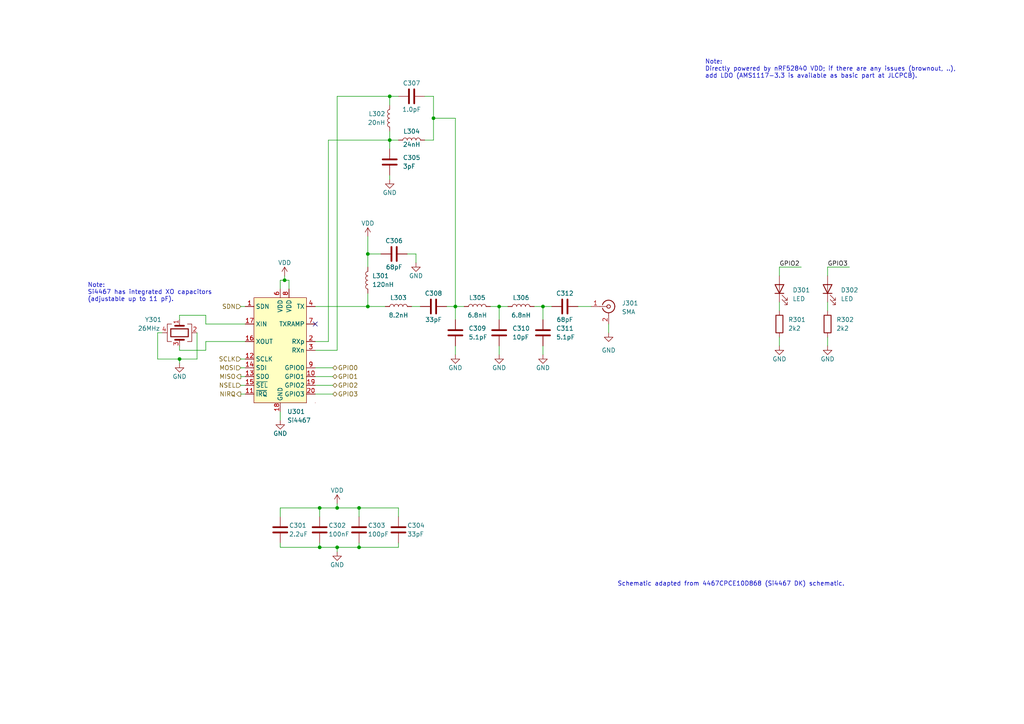
<source format=kicad_sch>
(kicad_sch (version 20231120) (generator "eeschema") (generator_version "8.0")
  (paper "A4")
  (title_block (title "Sub-GHz Transceiver"))
  (lib_symbols
    (symbol "Connector:Conn_Coaxial" (pin_names (offset 1.016) hide)
      (property "Reference" "J" (at 0.254 3.048 0))
      (property "Value" "Conn_Coaxial" (at 2.921 0 90))
      (symbol "Conn_Coaxial_0_1"
        (arc (start -1.778 -0.508) (mid 0.2311 -1.8066) (end 1.778 0) (stroke (width 0.254)))
        (polyline (pts (xy -2.54 0) (xy -0.508 0)))
        (polyline (pts (xy 0 -2.54) (xy 0 -1.778)))
        (circle (center 0 0) (radius 0.508) (stroke (width 0.2032)))
        (arc (start 1.778 0) (mid 0.2099 1.8101) (end -1.778 0.508) (stroke (width 0.254)))
      )
      (symbol "Conn_Coaxial_1_1"
        (pin passive line (at -5.08 0 0) (length 2.54) (name "In") (number "1"))
        (pin passive line (at 0 -5.08 90) (length 2.54) (name "Ext") (number "2"))
      )
    )
    (symbol "Device:C" (pin_numbers hide) (pin_names (offset 0.254))
      (property "Reference" "C" (at 0.635 2.54 0))
      (property "Value" "C" (at 0.635 -2.54 0))
      (symbol "C_0_1"
        (polyline (pts (xy -2.032 -0.762) (xy 2.032 -0.762)) (stroke (width 0.508)))
        (polyline (pts (xy -2.032 0.762) (xy 2.032 0.762)) (stroke (width 0.508)))
      )
      (symbol "C_1_1"
        (pin passive line (at 0 3.81 270) (length 2.794) (name "~") (number "1"))
        (pin passive line (at 0 -3.81 90) (length 2.794) (name "~") (number "2"))
      )
    )
    (symbol "Device:Crystal_GND24" (pin_names (offset 1.016) hide)
      (property "Reference" "Y" (at 3.175 5.08 0))
      (property "Value" "Crystal_GND24" (at 3.175 3.175 0))
      (symbol "Crystal_GND24_0_1"
        (rectangle (start -1.143 2.54) (end 1.143 -2.54) (stroke (width 0.3048)))
        (polyline (pts (xy -2.54 0) (xy -2.032 0)))
        (polyline (pts (xy -2.032 -1.27) (xy -2.032 1.27)) (stroke (width 0.508)))
        (polyline (pts (xy 0 -3.81) (xy 0 -3.556)))
        (polyline (pts (xy 0 3.556) (xy 0 3.81)))
        (polyline (pts (xy 2.032 -1.27) (xy 2.032 1.27)) (stroke (width 0.508)))
        (polyline (pts (xy 2.032 0) (xy 2.54 0)))
        (polyline (pts (xy -2.54 -2.286) (xy -2.54 -3.556) (xy 2.54 -3.556) (xy 2.54 -2.286)))
        (polyline (pts (xy -2.54 2.286) (xy -2.54 3.556) (xy 2.54 3.556) (xy 2.54 2.286)))
      )
      (symbol "Crystal_GND24_1_1"
        (pin passive line (at -3.81 0 0) (length 1.27) (name "1") (number "1"))
        (pin passive line (at 0 5.08 270) (length 1.27) (name "2") (number "2"))
        (pin passive line (at 3.81 0 180) (length 1.27) (name "3") (number "3"))
        (pin passive line (at 0 -5.08 90) (length 1.27) (name "4") (number "4"))
      )
    )
    (symbol "Device:L" (pin_numbers hide) (pin_names (offset 1.016) hide)
      (property "Reference" "L" (at -1.27 0 90))
      (property "Value" "L" (at 1.905 0 90))
      (symbol "L_0_1"
        (arc (start 0 -2.54) (mid 0.6323 -1.905) (end 0 -1.27))
        (arc (start 0 -1.27) (mid 0.6323 -0.635) (end 0 0))
        (arc (start 0 0) (mid 0.6323 0.635) (end 0 1.27))
        (arc (start 0 1.27) (mid 0.6323 1.905) (end 0 2.54))
      )
      (symbol "L_1_1"
        (pin passive line (at 0 3.81 270) (length 1.27) (name "1") (number "1"))
        (pin passive line (at 0 -3.81 90) (length 1.27) (name "2") (number "2"))
      )
    )
    (symbol "Device:LED" (pin_numbers hide) (pin_names (offset 1.016) hide)
      (property "Reference" "D" (at 0 2.54 0))
      (property "Value" "LED" (at 0 -2.54 0))
      (symbol "LED_0_1"
        (polyline (pts (xy -1.27 -1.27) (xy -1.27 1.27)) (stroke (width 0.254)))
        (polyline (pts (xy -1.27 0) (xy 1.27 0)))
        (polyline (pts (xy 1.27 -1.27) (xy 1.27 1.27) (xy -1.27 0) (xy 1.27 -1.27)) (stroke (width 0.254)))
        (polyline (pts (xy -3.048 -0.762) (xy -4.572 -2.286) (xy -3.81 -2.286) (xy -4.572 -2.286) (xy -4.572 -1.524)))
        (polyline (pts (xy -1.778 -0.762) (xy -3.302 -2.286) (xy -2.54 -2.286) (xy -3.302 -2.286) (xy -3.302 -1.524)))
      )
      (symbol "LED_1_1"
        (pin passive line (at -3.81 0 0) (length 2.54) (name "K") (number "1"))
        (pin passive line (at 3.81 0 180) (length 2.54) (name "A") (number "2"))
      )
    )
    (symbol "Device:R" (pin_numbers hide) (pin_names (offset 0))
      (property "Reference" "R" (at 2.032 0 90))
      (property "Value" "R" (at 0 0 90))
      (symbol "R_0_1"
        (rectangle (start -1.016 -2.54) (end 1.016 2.54) (stroke (width 0.254)))
      )
      (symbol "R_1_1"
        (pin passive line (at 0 3.81 270) (length 1.27) (name "~") (number "1"))
        (pin passive line (at 0 -3.81 90) (length 1.27) (name "~") (number "2"))
      )
    )
    (symbol "RF:Si4460"
      (property "Reference" "U" (at -6.35 16.51 0))
      (property "Value" "Si4460" (at 6.35 16.51 0))
      (symbol "Si4460_0_1"
        (rectangle (start -7.62 15.24) (end 7.62 -15.24) (fill (type background)))
        (rectangle (start 10.16 -15.24) (end 10.16 -15.24))
      )
      (symbol "Si4460_1_1"
        (pin input line (at -10.16 12.7 0) (length 2.54) (name "SDN") (number "1"))
        (pin bidirectional line (at 10.16 -7.62 180) (length 2.54) (name "GPIO1") (number "10"))
        (pin open_collector line (at -10.16 -12.7 0) (length 2.54) (name "~{IRQ}") (number "11"))
        (pin input line (at -10.16 -2.54 0) (length 2.54) (name "SCLK") (number "12"))
        (pin output line (at -10.16 -7.62 0) (length 2.54) (name "SDO") (number "13"))
        (pin input line (at -10.16 -5.08 0) (length 2.54) (name "SDI") (number "14"))
        (pin input line (at -10.16 -10.16 0) (length 2.54) (name "~{SEL}") (number "15"))
        (pin passive line (at -10.16 2.54 0) (length 2.54) (name "XOUT") (number "16"))
        (pin input line (at -10.16 7.62 0) (length 2.54) (name "XIN") (number "17"))
        (pin power_in line (at 0 -17.78 90) (length 2.54) (name "GND") (number "18"))
        (pin bidirectional line (at 10.16 -10.16 180) (length 2.54) (name "GPIO2") (number "19"))
        (pin input line (at 10.16 2.54 180) (length 2.54) (name "RXp") (number "2"))
        (pin bidirectional line (at 10.16 -12.7 180) (length 2.54) (name "GPIO3") (number "20"))
        (pin passive line (at 0 -17.78 90) (length 2.54) hide (name "GND") (number "21"))
        (pin input line (at 10.16 0 180) (length 2.54) (name "RXn") (number "3"))
        (pin output line (at 10.16 12.7 180) (length 2.54) (name "TX") (number "4"))
        (pin no_connect line (at 7.62 -15.24 180) (length 2.54) hide (name "NC") (number "5"))
        (pin power_in line (at 0 17.78 270) (length 2.54) (name "VDD") (number "6"))
        (pin output line (at 10.16 7.62 180) (length 2.54) (name "TXRAMP") (number "7"))
        (pin power_in line (at 2.54 17.78 270) (length 2.54) (name "VDD") (number "8"))
        (pin bidirectional line (at 10.16 -5.08 180) (length 2.54) (name "GPIO0") (number "9"))
      )
    )
    (symbol "power:GND" (power) (pin_names (offset 0))
      (property "Value" "GND" (at 0 -3.81 0))
      (symbol "GND_0_1"
        (polyline (pts (xy 0 0) (xy 0 -1.27) (xy 1.27 -1.27) (xy 0 -2.54) (xy -1.27 -1.27) (xy 0 -1.27)))
      )
      (symbol "GND_1_1"
        (pin power_in line (at 0 0 270) (length 0) hide (name "GND") (number "1"))
      )
    )
    (symbol "power:VDD" (power) (pin_names (offset 0))
      (property "Value" "VDD" (at 0 3.81 0))
      (symbol "VDD_0_1"
        (polyline (pts (xy -0.762 1.27) (xy 0 2.54)))
        (polyline (pts (xy 0 0) (xy 0 2.54)))
        (polyline (pts (xy 0 2.54) (xy 0.762 1.27)))
      )
      (symbol "VDD_1_1"
        (pin power_in line (at 0 0 90) (length 0) hide (name "VDD") (number "1"))
      )
    )
  )
  (junction (at 113.03 27.94))
  (junction (at 104.14 147.32))
  (junction (at 106.68 73.66))
  (junction (at 82.55 81.28))
  (junction (at 92.71 158.75))
  (junction (at 113.03 40.64))
  (junction (at 132.08 88.9))
  (junction (at 104.14 158.75))
  (junction (at 97.79 147.32))
  (junction (at 52.07 104.14))
  (junction (at 157.48 88.9))
  (junction (at 144.78 88.9))
  (junction (at 92.71 147.32))
  (junction (at 97.79 158.75))
  (junction (at 106.68 88.9))
  (junction (at 125.73 34.29))
  (no_connect (at 91.44 93.98))
  (wire (pts (xy 91.44 114.3) (xy 96.52 114.3)))
  (wire (pts (xy 52.07 104.14) (xy 52.07 105.41)))
  (wire (pts (xy 59.69 93.98) (xy 71.12 93.98)))
  (wire (pts (xy 157.48 88.9) (xy 157.48 92.71)))
  (wire (pts (xy 59.69 91.44) (xy 59.69 93.98)))
  (wire (pts (xy 142.24 88.9) (xy 144.78 88.9)))
  (wire (pts (xy 97.79 158.75) (xy 97.79 160.02)))
  (wire (pts (xy 92.71 147.32) (xy 81.28 147.32)))
  (wire (pts (xy 129.54 88.9) (xy 132.08 88.9)))
  (wire (pts (xy 154.94 88.9) (xy 157.48 88.9)))
  (wire (pts (xy 132.08 92.71) (xy 132.08 88.9)))
  (wire (pts (xy 97.79 147.32) (xy 92.71 147.32)))
  (wire (pts (xy 106.68 77.47) (xy 106.68 73.66)))
  (wire (pts (xy 81.28 83.82) (xy 81.28 81.28)))
  (wire (pts (xy 92.71 158.75) (xy 97.79 158.75)))
  (wire (pts (xy 69.85 114.3) (xy 71.12 114.3)))
  (wire (pts (xy 125.73 34.29) (xy 125.73 40.64)))
  (wire (pts (xy 81.28 158.75) (xy 92.71 158.75)))
  (wire (pts (xy 240.03 97.79) (xy 240.03 100.33)))
  (wire (pts (xy 59.69 99.06) (xy 59.69 101.6)))
  (wire (pts (xy 57.15 96.52) (xy 57.15 104.14)))
  (wire (pts (xy 144.78 88.9) (xy 147.32 88.9)))
  (wire (pts (xy 226.06 80.01) (xy 226.06 77.47)))
  (wire (pts (xy 82.55 81.28) (xy 83.82 81.28)))
  (wire (pts (xy 69.85 88.9) (xy 71.12 88.9)))
  (wire (pts (xy 113.03 40.64) (xy 113.03 43.18)))
  (wire (pts (xy 81.28 119.38) (xy 81.28 121.92)))
  (wire (pts (xy 91.44 88.9) (xy 106.68 88.9)))
  (wire (pts (xy 132.08 88.9) (xy 132.08 34.29)))
  (wire (pts (xy 91.44 101.6) (xy 97.79 101.6)))
  (wire (pts (xy 91.44 109.22) (xy 96.52 109.22)))
  (wire (pts (xy 45.72 104.14) (xy 52.07 104.14)))
  (wire (pts (xy 97.79 158.75) (xy 104.14 158.75)))
  (wire (pts (xy 91.44 99.06) (xy 95.25 99.06)))
  (wire (pts (xy 97.79 101.6) (xy 97.79 27.94)))
  (wire (pts (xy 115.57 147.32) (xy 104.14 147.32)))
  (wire (pts (xy 226.06 77.47) (xy 232.41 77.47)))
  (wire (pts (xy 240.03 80.01) (xy 240.03 77.47)))
  (wire (pts (xy 226.06 97.79) (xy 226.06 100.33)))
  (wire (pts (xy 91.44 111.76) (xy 96.52 111.76)))
  (wire (pts (xy 240.03 77.47) (xy 246.38 77.47)))
  (wire (pts (xy 132.08 100.33) (xy 132.08 102.87)))
  (wire (pts (xy 104.14 157.48) (xy 104.14 158.75)))
  (wire (pts (xy 157.48 88.9) (xy 160.02 88.9)))
  (wire (pts (xy 115.57 158.75) (xy 115.57 157.48)))
  (wire (pts (xy 46.99 96.52) (xy 45.72 96.52)))
  (wire (pts (xy 83.82 81.28) (xy 83.82 83.82)))
  (wire (pts (xy 81.28 157.48) (xy 81.28 158.75)))
  (wire (pts (xy 52.07 101.6) (xy 52.07 100.33)))
  (wire (pts (xy 81.28 81.28) (xy 82.55 81.28)))
  (wire (pts (xy 106.68 85.09) (xy 106.68 88.9)))
  (wire (pts (xy 115.57 149.86) (xy 115.57 147.32)))
  (wire (pts (xy 95.25 40.64) (xy 113.03 40.64)))
  (wire (pts (xy 157.48 100.33) (xy 157.48 102.87)))
  (wire (pts (xy 59.69 101.6) (xy 52.07 101.6)))
  (wire (pts (xy 95.25 99.06) (xy 95.25 40.64)))
  (wire (pts (xy 92.71 157.48) (xy 92.71 158.75)))
  (wire (pts (xy 91.44 106.68) (xy 96.52 106.68)))
  (wire (pts (xy 113.03 40.64) (xy 115.57 40.64)))
  (wire (pts (xy 52.07 92.71) (xy 52.07 91.44)))
  (wire (pts (xy 97.79 27.94) (xy 113.03 27.94)))
  (wire (pts (xy 92.71 149.86) (xy 92.71 147.32)))
  (wire (pts (xy 226.06 87.63) (xy 226.06 90.17)))
  (wire (pts (xy 69.85 109.22) (xy 71.12 109.22)))
  (wire (pts (xy 45.72 96.52) (xy 45.72 104.14)))
  (wire (pts (xy 57.15 104.14) (xy 52.07 104.14)))
  (wire (pts (xy 113.03 27.94) (xy 115.57 27.94)))
  (wire (pts (xy 144.78 88.9) (xy 144.78 92.71)))
  (wire (pts (xy 106.68 68.58) (xy 106.68 73.66)))
  (wire (pts (xy 81.28 149.86) (xy 81.28 147.32)))
  (wire (pts (xy 97.79 146.05) (xy 97.79 147.32)))
  (wire (pts (xy 119.38 88.9) (xy 121.92 88.9)))
  (wire (pts (xy 82.55 80.01) (xy 82.55 81.28)))
  (wire (pts (xy 123.19 27.94) (xy 125.73 27.94)))
  (wire (pts (xy 176.53 93.98) (xy 176.53 96.52)))
  (wire (pts (xy 106.68 73.66) (xy 110.49 73.66)))
  (wire (pts (xy 69.85 104.14) (xy 71.12 104.14)))
  (wire (pts (xy 113.03 50.8) (xy 113.03 52.07)))
  (wire (pts (xy 125.73 40.64) (xy 123.19 40.64)))
  (wire (pts (xy 144.78 100.33) (xy 144.78 102.87)))
  (wire (pts (xy 69.85 111.76) (xy 71.12 111.76)))
  (wire (pts (xy 240.03 87.63) (xy 240.03 90.17)))
  (wire (pts (xy 69.85 106.68) (xy 71.12 106.68)))
  (wire (pts (xy 120.65 76.2) (xy 120.65 73.66)))
  (wire (pts (xy 59.69 99.06) (xy 71.12 99.06)))
  (wire (pts (xy 132.08 88.9) (xy 134.62 88.9)))
  (wire (pts (xy 113.03 30.48) (xy 113.03 27.94)))
  (wire (pts (xy 52.07 91.44) (xy 59.69 91.44)))
  (wire (pts (xy 125.73 27.94) (xy 125.73 34.29)))
  (wire (pts (xy 104.14 158.75) (xy 115.57 158.75)))
  (wire (pts (xy 120.65 73.66) (xy 118.11 73.66)))
  (wire (pts (xy 104.14 147.32) (xy 97.79 147.32)))
  (wire (pts (xy 104.14 149.86) (xy 104.14 147.32)))
  (wire (pts (xy 106.68 88.9) (xy 111.76 88.9)))
  (wire (pts (xy 167.64 88.9) (xy 171.45 88.9)))
  (wire (pts (xy 132.08 34.29) (xy 125.73 34.29)))
  (wire (pts (xy 113.03 38.1) (xy 113.03 40.64)))
  (text "Schematic adapted from 4467CPCE10D868 (Si4467 DK) schematic." (at 179.07 170.18 0) (effects (font (size 1.27 1.27)) (justify left bottom)))
  (text "Note:\nDirectly powered by nRF52840 VDD; if there are any issues (brownout, ..),\nadd LDO (AMS1117-3.3 is available as basic part at JLCPCB)." (at 204.47 22.86 0) (effects (font (size 1.27 1.27)) (justify left bottom)))
  (text "Note:\nSi4467 has integrated XO capacitors\n(adjustable up to 11 pF)." (at 25.4 87.63 0) (effects (font (size 1.27 1.27)) (justify left bottom)))
  (label "GPIO2" (at 226.06 77.47 0))
  (label "GPIO3" (at 240.03 77.47 0))
  (hierarchical_label "MISO" (shape output) (at 69.85 109.22 180))
  (hierarchical_label "GPIO2" (shape bidirectional) (at 96.52 111.76 0))
  (hierarchical_label "MOSI" (shape input) (at 69.85 106.68 180))
  (hierarchical_label "NIRQ" (shape output) (at 69.85 114.3 180))
  (hierarchical_label "GPIO0" (shape bidirectional) (at 96.52 106.68 0))
  (hierarchical_label "GPIO3" (shape bidirectional) (at 96.52 114.3 0))
  (hierarchical_label "SCLK" (shape input) (at 69.85 104.14 180))
  (hierarchical_label "SDN" (shape input) (at 69.85 88.9 180))
  (hierarchical_label "NSEL" (shape input) (at 69.85 111.76 180))
  (hierarchical_label "GPIO1" (shape bidirectional) (at 96.52 109.22 0))
  (symbol (lib_id "power:GND") (at 157.48 102.87 0) (unit 1)
    (property "Reference" "#PWR0103" (effects (hide yes)))
    (property "Value" "GND" (at 157.48 106.68 0))
  )
  (symbol (lib_id "Device:Crystal_GND24") (at 52.07 96.52 270) (unit 1)
    (property "Reference" "Y301" (at 44.45 92.71 90))
    (property "Value" "26MHz" (at 43.18 95.25 90))
    (property "Footprint" "Crystal:Crystal_SMD_2016-4Pin_2.0x1.6mm" (effects (hide yes)))
    (property "Datasheet" "https://www.ndk.com/images/products/catalog/c_NX2016SA_e.pdf" (effects (hide yes)))
    (property "Comment" "4467CPCE10D868 uses NX2016SA-26MHZ-EXS00A-CS07337" (effects (hide yes)))
    (property "Part Number" "NX2016SA-26MHZ-EXS00A-CS08835" (effects (hide yes)))
    (property "LCSC" "C2762193" (effects (hide yes)))
    (property "Manufacturer" "NDK" (effects (hide yes)))
  )
  (symbol (lib_id "power:GND") (at 81.28 121.92 0) (unit 1)
    (property "Reference" "#PWR0106" (effects (hide yes)))
    (property "Value" "GND" (at 81.28 125.73 0))
  )
  (symbol (lib_id "power:GND") (at 52.07 105.41 0) (unit 1)
    (property "Reference" "#PWR0108" (effects (hide yes)))
    (property "Value" "GND" (at 52.07 109.22 0))
  )
  (symbol (lib_id "power:GND") (at 97.79 160.02 0) (unit 1)
    (property "Reference" "#PWR0105" (effects (hide yes)))
    (property "Value" "GND" (at 97.79 163.83 0))
  )
  (symbol (lib_id "power:GND") (at 240.03 100.33 0) (unit 1)
    (property "Reference" "#PWR0302" (effects (hide yes)))
    (property "Value" "GND" (at 240.03 104.14 0))
  )
  (symbol (lib_id "Device:R") (at 240.03 93.98 0) (unit 1)
    (property "Reference" "R302" (at 242.57 92.7099 0) (effects (justify left)))
    (property "Value" "2k2" (at 242.57 95.2499 0) (effects (justify left)))
    (property "Footprint" "Resistor_SMD:R_0402_1005Metric" (effects (hide yes)))
    (property "Datasheet" "https://datasheet.lcsc.com/lcsc/2206010045_UNI-ROYAL-Uniroyal-Elec-0402WGF2201TCE_C25879.pdf" (effects (hide yes)))
    (property "Description" "62.5mW Thick Film Resistors 50V ±100ppm/℃ ±1% -55℃~+155℃ 2.2kΩ 0402 Chip Resistor" (effects (hide yes)))
    (property "Comment" "JLCPCB basic part" (effects (hide yes)))
    (property "LCSC" "C25879" (effects (hide yes)))
    (property "Manufacturer" "Uniroyal Elec" (effects (hide yes)))
    (property "Part Number" "0402WGF2201TCE" (effects (hide yes)))
  )
  (symbol (lib_id "Device:C") (at 144.78 96.52 0) (unit 1)
    (property "Reference" "C310" (at 148.59 95.2499 0) (effects (justify left)))
    (property "Value" "10pF" (at 148.59 97.7899 0) (effects (justify left)))
    (property "Footprint" "Capacitor_SMD:C_0201_0603Metric" (effects (hide yes)))
    (property "Description" "25V 10pF C0G ±2% 0201" (effects (hide yes)))
    (property "LCSC" "C161369" (effects (hide yes)))
    (property "Manufacturer" "Murata Electronics" (effects (hide yes)))
    (property "Part Number" "GRM0335C1E100GA01D" (effects (hide yes)))
  )
  (symbol (lib_id "Device:C") (at 81.28 153.67 0) (unit 1)
    (property "Reference" "C301" (at 83.82 152.4 0) (effects (justify left)))
    (property "Value" "2.2uF" (at 83.82 154.94 0) (effects (justify left)))
    (property "Footprint" "Capacitor_SMD:C_0402_1005Metric" (effects (hide yes)))
    (property "Description" "6.3V 2.2uF X5R ±20% 0402" (effects (hide yes)))
    (property "Comment" "JLCPCB basic part" (effects (hide yes)))
    (property "LCSC" "C12530" (effects (hide yes)))
    (property "Manufacturer" "Samsung Electro-Mechanics" (effects (hide yes)))
    (property "Part Number" "CL05A225MQ5NSNC" (effects (hide yes)))
  )
  (symbol (lib_id "power:VDD") (at 82.55 80.01 0) (unit 1)
    (property "Reference" "#PWR0109" (effects (hide yes)))
    (property "Value" "VDD" (at 82.55 76.2 0))
  )
  (symbol (lib_id "power:VDD") (at 106.68 68.58 0) (unit 1)
    (property "Reference" "#PWR0112" (effects (hide yes)))
    (property "Value" "VDD" (at 106.68 64.77 0))
  )
  (symbol (lib_id "Device:L") (at 151.13 88.9 90) (unit 1)
    (property "Reference" "L306" (at 151.13 86.36 90))
    (property "Value" "6.8nH" (at 151.13 91.44 90))
    (property "Footprint" "Inductor_SMD:L_0402_1005Metric" (effects (hide yes)))
    (property "Description" "1.5A 6.8nH ±2% 63mΩ 0402" (effects (hide yes)))
    (property "LCSC" "C335566" (effects (hide yes)))
    (property "Manufacturer" "Coilcraft" (effects (hide yes)))
    (property "Part Number" "0402DC-6N8XGRW" (effects (hide yes)))
  )
  (symbol (lib_id "Device:C") (at 119.38 27.94 90) (unit 1)
    (property "Reference" "C307" (at 119.38 24.13 90))
    (property "Value" "1.0pF" (at 119.38 31.75 90))
    (property "Footprint" "Capacitor_SMD:C_0201_0603Metric" (effects (hide yes)))
    (property "Description" "50V 1pF C0G ±0.05pF 0201" (effects (hide yes)))
    (property "LCSC" "C723324" (effects (hide yes)))
    (property "Manufacturer" "Murata Electronics" (effects (hide yes)))
    (property "Part Number" "GJM0335C1H1R0WB01D" (effects (hide yes)))
  )
  (symbol (lib_id "Device:LED") (at 226.06 83.82 90) (unit 1)
    (property "Reference" "D301" (at 229.87 84.1374 90) (effects (justify right)))
    (property "Value" "LED" (at 229.87 86.6774 90) (effects (justify right)))
    (property "Footprint" "LED_SMD:LED_0805_2012Metric" (effects (hide yes)))
    (property "Datasheet" "https://datasheet.lcsc.com/lcsc/2008201032_Foshan-NationStar-Optoelectronics-NCD0805R1_C84256.pdf" (effects (hide yes)))
    (property "Description" "Red 0805 Light Emitting Diodes (LED) ROHS" (effects (hide yes)))
    (property "Comment" "JLCPCB basic part" (effects (hide yes)))
    (property "LCSC" "C84256" (effects (hide yes)))
    (property "Manufacturer" "Foshan NationStar Optoelectronics" (effects (hide yes)))
    (property "Part Number" "NCD0805R1" (effects (hide yes)))
  )
  (symbol (lib_id "Device:C") (at 113.03 46.99 0) (unit 1)
    (property "Reference" "C305" (at 116.84 45.7199 0) (effects (justify left)))
    (property "Value" "3pF" (at 116.84 48.2599 0) (effects (justify left)))
    (property "Footprint" "Capacitor_SMD:C_0201_0603Metric" (effects (hide yes)))
    (property "Description" "25V 3pF C0G ±0.25pF 0201" (effects (hide yes)))
    (property "LCSC" "C161388" (effects (hide yes)))
    (property "Manufacturer" "Murata Electronics" (effects (hide yes)))
    (property "Part Number" "GRM0335C1E3R0CA01D" (effects (hide yes)))
  )
  (symbol (lib_id "power:GND") (at 113.03 52.07 0) (unit 1)
    (property "Reference" "#PWR0111" (effects (hide yes)))
    (property "Value" "GND" (at 113.03 55.88 0))
  )
  (symbol (lib_id "Device:C") (at 115.57 153.67 0) (unit 1)
    (property "Reference" "C304" (at 118.11 152.4 0) (effects (justify left)))
    (property "Value" "33pF" (at 118.11 154.94 0) (effects (justify left)))
    (property "Footprint" "Capacitor_SMD:C_0201_0603Metric" (effects (hide yes)))
    (property "Description" "25V 33pF NP0 ±5% 0201" (effects (hide yes)))
    (property "LCSC" "C513616" (effects (hide yes)))
    (property "Manufacturer" "YAGEO" (effects (hide yes)))
    (property "Part Number" "CC0201JRNPO8BN330" (effects (hide yes)))
  )
  (symbol (lib_id "Device:C") (at 125.73 88.9 90) (unit 1)
    (property "Reference" "C308" (at 125.73 85.09 90))
    (property "Value" "33pF" (at 125.73 92.71 90))
    (property "Footprint" "Capacitor_SMD:C_0201_0603Metric" (effects (hide yes)))
    (property "Description" "25V 33pF NP0 ±5% 0201" (effects (hide yes)))
    (property "LCSC" "C513616" (effects (hide yes)))
    (property "Manufacturer" "YAGEO" (effects (hide yes)))
    (property "Part Number" "CC0201JRNPO8BN330" (effects (hide yes)))
  )
  (symbol (lib_id "Connector:Conn_Coaxial") (at 176.53 88.9 0) (unit 1)
    (property "Reference" "J301" (at 180.34 87.9231 0) (effects (justify left)))
    (property "Value" "SMA" (at 180.34 90.4631 0) (effects (justify left)))
    (property "Footprint" "Connector_Coaxial:SMA_Amphenol_132289_EdgeMount" (effects (hide yes)))
    (property "Datasheet" " ~" (effects (hide yes)))
    (property "Manufacturer" "Johnson" (effects (hide yes)))
    (property "Part Number" "142-0701-851" (effects (hide yes)))
    (property "LCSC" "C9900004170" (effects (hide yes)))
    (property "Comment" "Alternative suitable part: Amphenol RF 901-10309" (effects (hide yes)))
  )
  (symbol (lib_id "Device:LED") (at 240.03 83.82 90) (unit 1)
    (property "Reference" "D302" (at 243.84 84.1374 90) (effects (justify right)))
    (property "Value" "LED" (at 243.84 86.6774 90) (effects (justify right)))
    (property "Footprint" "LED_SMD:LED_0805_2012Metric" (effects (hide yes)))
    (property "Datasheet" "https://datasheet.lcsc.com/lcsc/2008201032_Foshan-NationStar-Optoelectronics-NCD0805R1_C84256.pdf" (effects (hide yes)))
    (property "Description" "Red 0805 Light Emitting Diodes (LED) ROHS" (effects (hide yes)))
    (property "Comment" "JLCPCB basic part" (effects (hide yes)))
    (property "LCSC" "C84256" (effects (hide yes)))
    (property "Manufacturer" "Foshan NationStar Optoelectronics" (effects (hide yes)))
    (property "Part Number" "NCD0805R1" (effects (hide yes)))
  )
  (symbol (lib_id "power:VDD") (at 97.79 146.05 0) (unit 1)
    (property "Reference" "#PWR0107" (effects (hide yes)))
    (property "Value" "VDD" (at 97.79 142.24 0))
  )
  (symbol (lib_id "Device:C") (at 132.08 96.52 0) (unit 1)
    (property "Reference" "C309" (at 135.89 95.25 0) (effects (justify left)))
    (property "Value" "5.1pF" (at 135.89 97.7899 0) (effects (justify left)))
    (property "Footprint" "Capacitor_SMD:C_0201_0603Metric" (effects (hide yes)))
    (property "Description" "50V 5.1pF C0G ±0.1pF 0201" (effects (hide yes)))
    (property "LCSC" "C441749" (effects (hide yes)))
    (property "Manufacturer" "Murata Electronics" (effects (hide yes)))
    (property "Part Number" "GRM0335C1H5R1BA01D" (effects (hide yes)))
  )
  (symbol (lib_id "power:GND") (at 226.06 100.33 0) (unit 1)
    (property "Reference" "#PWR0301" (effects (hide yes)))
    (property "Value" "GND" (at 226.06 104.14 0))
  )
  (symbol (lib_id "Device:L") (at 115.57 88.9 90) (unit 1)
    (property "Reference" "L303" (at 115.57 86.36 90))
    (property "Value" "8.2nH" (at 115.57 91.44 90))
    (property "Footprint" "Inductor_SMD:L_0402_1005Metric" (effects (hide yes)))
    (property "Description" "8.2nH ±5% 380mA 280mΩ 0402 HF Inductors" (effects (hide yes)))
    (property "LCSC" "C87185" (effects (hide yes)))
    (property "Manufacturer" "Taiyo Yuden" (effects (hide yes)))
    (property "Part Number" "HK10058N2J-T" (effects (hide yes)))
  )
  (symbol (lib_id "power:GND") (at 144.78 102.87 0) (unit 1)
    (property "Reference" "#PWR0101" (effects (hide yes)))
    (property "Value" "GND" (at 144.78 106.68 0))
  )
  (symbol (lib_id "Device:C") (at 157.48 96.52 0) (unit 1)
    (property "Reference" "C311" (at 161.29 95.2499 0) (effects (justify left)))
    (property "Value" "5.1pF" (at 161.29 97.7899 0) (effects (justify left)))
    (property "Footprint" "Capacitor_SMD:C_0201_0603Metric" (effects (hide yes)))
    (property "Description" "50V 5.1pF C0G ±0.1pF 0201" (effects (hide yes)))
    (property "LCSC" "C441749" (effects (hide yes)))
    (property "Manufacturer" "Murata Electronics" (effects (hide yes)))
    (property "Part Number" "GRM0335C1H5R1BA01D" (effects (hide yes)))
  )
  (symbol (lib_id "Device:C") (at 114.3 73.66 90) (unit 1)
    (property "Reference" "C306" (at 114.3 69.85 90))
    (property "Value" "68pF" (at 114.3 77.47 90))
    (property "Footprint" "Capacitor_SMD:C_0201_0603Metric" (effects (hide yes)))
    (property "Description" "50V 68pF C0G ±2% 0201" (effects (hide yes)))
    (property "LCSC" "C161433" (effects (hide yes)))
    (property "Manufacturer" "Murata Electronics" (effects (hide yes)))
    (property "Part Number" "GRM0335C1H680GA01D" (effects (hide yes)))
  )
  (symbol (lib_id "RF:Si4460") (at 81.28 101.6 0) (unit 1)
    (property "Reference" "U301" (at 83.2994 119.38 0) (effects (justify left)))
    (property "Value" "Si4467" (at 83.2994 121.92 0) (effects (justify left)))
    (property "Footprint" "Package_DFN_QFN:QFN-20-1EP_4x4mm_P0.5mm_EP2.6x2.6mm_ThermalVias" (effects (hide yes)))
    (property "Datasheet" "https://www.silabs.com/documents/public/data-sheets/Si4464-63-61-60.pdf" (effects (hide yes)))
    (property "LCSC" "C1526137" (effects (hide yes)))
    (property "Manufacturer" "Silicon Labs" (effects (hide yes)))
    (property "Part Number" "SI4467-A2A-IM" (effects (hide yes)))
  )
  (symbol (lib_id "Device:C") (at 104.14 153.67 0) (unit 1)
    (property "Reference" "C303" (at 106.68 152.4 0) (effects (justify left)))
    (property "Value" "100pF" (at 106.68 154.94 0) (effects (justify left)))
    (property "Footprint" "Capacitor_SMD:C_0201_0603Metric" (effects (hide yes)))
    (property "Description" "50V 100pF C0G ±5% 0201" (effects (hide yes)))
    (property "LCSC" "C76922" (effects (hide yes)))
    (property "Manufacturer" "Murata Electronics" (effects (hide yes)))
    (property "Part Number" "GRM0335C1H101JA01D" (effects (hide yes)))
  )
  (symbol (lib_id "Device:L") (at 119.38 40.64 90) (unit 1)
    (property "Reference" "L304" (at 119.38 38.1 90))
    (property "Value" "24nH" (at 119.38 41.91 90))
    (property "Footprint" "Inductor_SMD:L_0402_1005Metric" (effects (hide yes)))
    (property "Description" "280mA 24nH ±2% 520mΩ 0402" (effects (hide yes)))
    (property "LCSC" "C167472" (effects (hide yes)))
    (property "Manufacturer" "Murata Electronics" (effects (hide yes)))
    (property "Part Number" "LQW15AN24NG00D" (effects (hide yes)))
  )
  (symbol (lib_id "Device:L") (at 106.68 81.28 180) (unit 1)
    (property "Reference" "L301" (at 107.95 80.0099 0) (effects (justify right)))
    (property "Value" "120nH" (at 107.95 82.5499 0) (effects (justify right)))
    (property "Footprint" "Inductor_SMD:L_0402_1005Metric" (effects (hide yes)))
    (property "Description" "310mA 120nH ±2% 1.6Ω 0402" (effects (hide yes)))
    (property "LCSC" "C335569" (effects (hide yes)))
    (property "Manufacturer" "Coilcraft" (effects (hide yes)))
    (property "Part Number" "0402DC-R12XGRW" (effects (hide yes)))
  )
  (symbol (lib_id "power:GND") (at 176.53 96.52 0) (unit 1)
    (property "Reference" "#PWR0104" (effects (hide yes)))
    (property "Value" "GND" (at 176.53 101.6 0))
  )
  (symbol (lib_id "Device:L") (at 113.03 34.29 180) (unit 1)
    (property "Reference" "L302" (at 111.76 33.0199 0) (effects (justify left)))
    (property "Value" "20nH" (at 111.76 35.5599 0) (effects (justify left)))
    (property "Footprint" "Inductor_SMD:L_0603_1608Metric" (effects (hide yes)))
    (property "Description" "550mA 20nH ±5% 160mΩ 0603" (effects (hide yes)))
    (property "LCSC" "C98070" (effects (hide yes)))
    (property "Manufacturer" "Murata Electronics" (effects (hide yes)))
    (property "Part Number" "LQW18AN20NJ00D" (effects (hide yes)))
  )
  (symbol (lib_id "Device:L") (at 138.43 88.9 90) (unit 1)
    (property "Reference" "L305" (at 138.43 86.36 90))
    (property "Value" "6.8nH" (at 138.43 91.44 90))
    (property "Footprint" "Inductor_SMD:L_0402_1005Metric" (effects (hide yes)))
    (property "Description" "1.5A 6.8nH ±2% 63mΩ 0402" (effects (hide yes)))
    (property "LCSC" "C335566" (effects (hide yes)))
    (property "Manufacturer" "Coilcraft" (effects (hide yes)))
    (property "Part Number" "0402DC-6N8XGRW" (effects (hide yes)))
  )
  (symbol (lib_id "Device:C") (at 163.83 88.9 90) (unit 1)
    (property "Reference" "C312" (at 163.83 85.09 90))
    (property "Value" "68pF" (at 163.83 92.71 90))
    (property "Footprint" "Capacitor_SMD:C_0201_0603Metric" (effects (hide yes)))
    (property "Description" "50V 68pF C0G ±2% 0201" (effects (hide yes)))
    (property "LCSC" "C161433" (effects (hide yes)))
    (property "Manufacturer" "Murata Electronics" (effects (hide yes)))
    (property "Part Number" "GRM0335C1H680GA01D" (effects (hide yes)))
  )
  (symbol (lib_id "power:GND") (at 132.08 102.87 0) (unit 1)
    (property "Reference" "#PWR0102" (effects (hide yes)))
    (property "Value" "GND" (at 132.08 106.68 0))
  )
  (symbol (lib_id "Device:R") (at 226.06 93.98 0) (unit 1)
    (property "Reference" "R301" (at 228.6 92.7099 0) (effects (justify left)))
    (property "Value" "2k2" (at 228.6 95.2499 0) (effects (justify left)))
    (property "Footprint" "Resistor_SMD:R_0402_1005Metric" (effects (hide yes)))
    (property "Datasheet" "https://datasheet.lcsc.com/lcsc/2206010045_UNI-ROYAL-Uniroyal-Elec-0402WGF2201TCE_C25879.pdf" (effects (hide yes)))
    (property "Description" "62.5mW Thick Film Resistors 50V ±100ppm/℃ ±1% -55℃~+155℃ 2.2kΩ 0402 Chip Resistor" (effects (hide yes)))
    (property "Comment" "JLCPCB basic part" (effects (hide yes)))
    (property "LCSC" "C25879" (effects (hide yes)))
    (property "Manufacturer" "Uniroyal Elec" (effects (hide yes)))
    (property "Part Number" "0402WGF2201TCE" (effects (hide yes)))
  )
  (symbol (lib_id "power:GND") (at 120.65 76.2 0) (unit 1)
    (property "Reference" "#PWR0110" (effects (hide yes)))
    (property "Value" "GND" (at 120.65 80.01 0))
  )
  (symbol (lib_id "Device:C") (at 92.71 153.67 0) (unit 1)
    (property "Reference" "C302" (at 95.25 152.4 0) (effects (justify left)))
    (property "Value" "100nF" (at 95.25 154.94 0) (effects (justify left)))
    (property "Footprint" "Capacitor_SMD:C_0201_0603Metric" (effects (hide yes)))
    (property "Description" "25V 100nF X5R ±10% 0201" (effects (hide yes)))
    (property "LCSC" "C76939" (effects (hide yes)))
    (property "Manufacturer" "Murata Electronics" (effects (hide yes)))
    (property "Part Number" "GRM033R61E104KE14D" (effects (hide yes)))
  )
)
</source>
